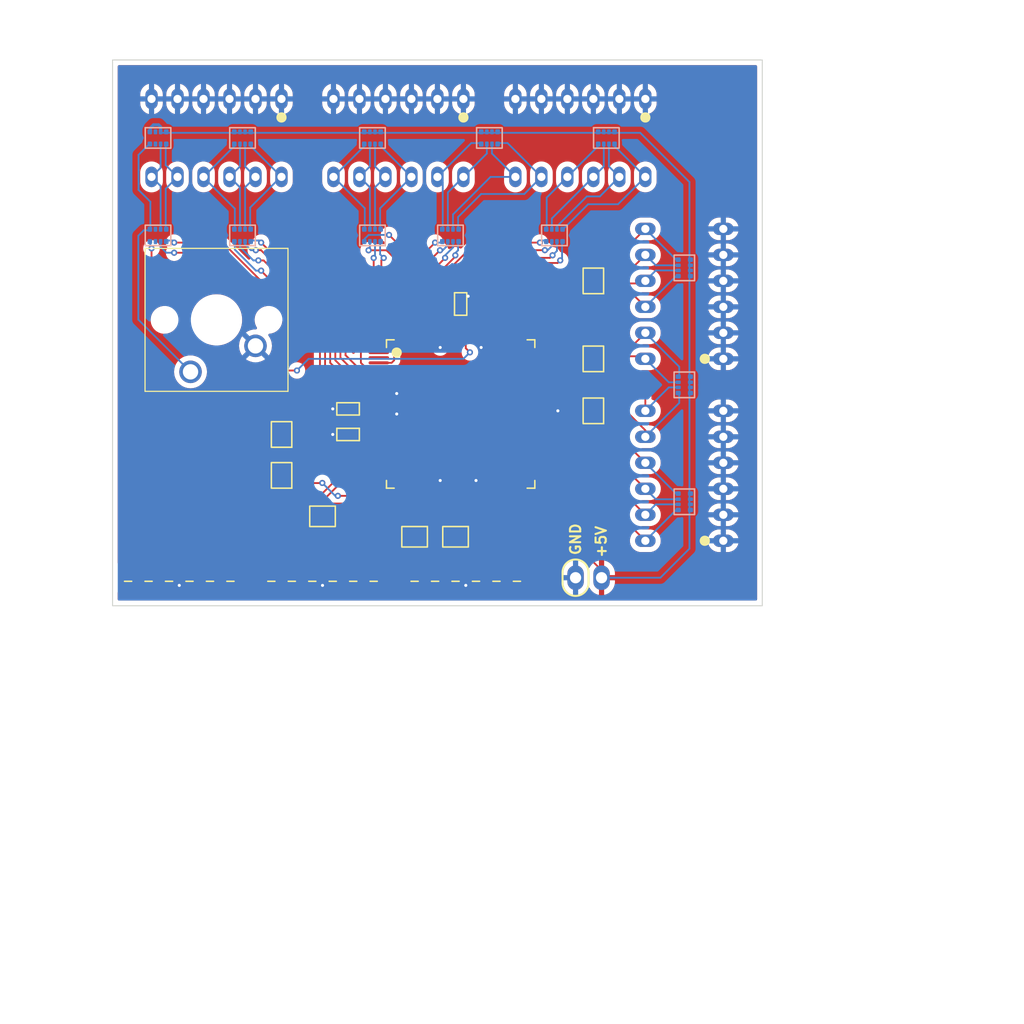
<source format=kicad_pcb>
(kicad_pcb (version 20211014) (generator pcbnew)
  (layers (0 "F.Cu" signal) (1 "In1.Cu" signal) (2 "In2.Cu" signal) (31 "B.Cu" signal) (34 "B.Paste" user) (35 "F.Paste" user) (36 "B.SilkS" user "B.Silkscreen") (37 "F.SilkS" user "F.Silkscreen") (38 "B.Mask" user) (39 "F.Mask" user) (44 "Edge.Cuts" user))
  (net 0 "")
  (net 3 "GND")
  (net 4 "VCC")
  (net 21 "Net-(R17-Pad8)")
  (net 22 "Net-(R17-Pad7)")
  (net 23 "Net-(R17-Pad6)")
  (net 24 "Net-(R17-Pad5)")
  (net 25 "Net-(R19-Pad8)")
  (net 26 "Net-(R19-Pad7)")
  (net 27 "Net-(R19-Pad6)")
  (net 28 "Net-(R20-Pad8)")
  (net 29 "Net-(R20-Pad7)")
  (net 30 "Net-(R20-Pad6)")
  (net 31 "Net-(R20-Pad5)")
  (net 32 "Net-(R1-Pad5)")
  (net 33 "Net-(R1-Pad6)")
  (net 34 "Net-(R1-Pad7)")
  (net 35 "Net-(R1-Pad8)")
  (net 36 "Net-(R2-Pad5)")
  (net 37 "Net-(R2-Pad6)")
  (net 38 "Net-(R2-Pad7)")
  (net 39 "Net-(R2-Pad8)")
  (net 40 "Net-(R3-Pad5)")
  (net 41 "Net-(R3-Pad6)")
  (net 42 "Net-(R3-Pad7)")
  (net 43 "Net-(R3-Pad8)")
  (net 44 "Net-(U1-Pad69)")
  (net 45 "Net-(U1-Pad68)")
  (net 46 "Net-(U1-Pad67)")
  (net 47 "Net-(U1-Pad66)")
  (net 48 "Net-(U1-Pad77)")
  (net 49 "Net-(U1-Pad76)")
  (net 50 "Net-(U1-Pad71)")
  (net 51 "Net-(U1-Pad70)")
  (net 52 "Net-(U1-Pad81)")
  (net 53 "Net-(U1-Pad80)")
  (net 54 "Net-(U1-Pad79)")
  (net 55 "Net-(U1-Pad78)")
  (net 56 "Net-(U1-Pad90)")
  (net 57 "Net-(U1-Pad91)")
  (net 58 "Net-(U1-Pad93)")
  (net 59 "Net-(U1-Pad94)")
  (net 60 "Net-(U1-Pad97)")
  (net 61 "Net-(U1-Pad98)")
  (net 62 "Net-(U1-Pad3)")
  (net 63 "Net-(U1-Pad4)")
  (net 64 "Net-(U1-Pad100)")
  (net 65 "Net-(U1-Pad99)")
  (net 66 "Net-(U1-Pad5)")
  (net 67 "Net-(U1-Pad6)")
  (net 68 "Net-(U1-Pad7)")
  (net 69 "Net-(U1-Pad8)")
  (net 71 "Net-(U1-Pad10)")
  (net 72 "Net-(U1-Pad11)")
  (net 74 "Net-(U1-Pad87)")
  (net 75 "Net-(R12-Pad5)")
  (net 76 "Net-(R12-Pad6)")
  (net 77 "Net-(R12-Pad7)")
  (net 78 "Net-(R12-Pad8)")
  (net 79 "Net-(R13-Pad5)")
  (net 80 "Net-(R13-Pad6)")
  (net 81 "Net-(R14-Pad5)")
  (net 82 "Net-(R14-Pad6)")
  (net 83 "Net-(R14-Pad7)")
  (net 84 "Net-(R14-Pad8)")
  (net 87 "Net-(U1-Pad14)")
  (net 88 "Net-(U1-Pad15)")
  (net 89 "Net-(U1-Pad16)")
  (net 90 "Net-(U1-Pad18)")
  (net 91 "Net-(U1-Pad19)")
  (net 92 "Net-(U1-Pad20)")
  (net 93 "Net-(U1-Pad21)")
  (net 94 "Net-(U1-Pad26)")
  (net 95 "Net-(U1-Pad22)")
  (net 96 "Net-(U1-Pad23)")
  (net 97 "Net-(U1-Pad27)")
  (net 98 "Net-(U1-Pad28)")
  (net 99 "Net-(U1-Pad29)")
  (net 100 "Net-(U1-Pad30)")
  (net 101 "Net-(U1-Pad31)")
  (net 102 "Net-(U1-Pad32)")
  (net 103 "Net-(U1-Pad33)")
  (net 104 "Net-(U1-Pad35)")
  (net 105 "Net-(R8-Pad5)")
  (net 106 "Net-(R8-Pad6)")
  (net 107 "Net-(R10-Pad5)")
  (net 108 "Net-(R10-Pad6)")
  (net 109 "Net-(R10-Pad7)")
  (net 110 "Net-(R10-Pad8)")
  (net 111 "Net-(R11-Pad5)")
  (net 112 "Net-(R11-Pad6)")
  (net 113 "Net-(R11-Pad8)")
  (net 114 "Net-(R13-Pad1)")
  (net 115 "Net-(R13-Pad2)")
  (net 116 "Net-(D5-Pad2)")
  (net 117 "Net-(D6-Pad2)")
  (net 118 "Net-(D7-Pad2)")
  (net 119 "Net-(D8-Pad2)")
  (net 120 "Net-(D9-Pad2)")
  (net 121 "Net-(R21-Pad5)")
  (net 122 "Net-(R21-Pad6)")
  (footprint "footprints:LED_0603" (layer "F.Cu") (at 54.02 69.76 90)
    (fp_text reference "D13")
    (fp_text value "LED" hide)
  )
  (footprint "footprints:SW_DIP-12_300mil" (layer "F.Cu") (at 80.38 59.8 90)
    (fp_text reference "SW1")
    (fp_text value "A0-A5")
  )
  (footprint "footprints:LED_0603" (layer "F.Cu") (at 42.02 69.76 90)
    (fp_text reference "D8")
    (fp_text value "LED" hide)
  )
  (footprint "footprints:SW_DIP-12_300mil" (layer "F.Cu") (at 52.44 26.78 180)
    (fp_text reference "SW4")
    (fp_text value "D6-D8,D17,D9-D10")
  )
  (footprint "footprints:LED_0603" (layer "F.Cu") (at 62.02 69.76 90)
    (fp_text reference "D17")
    (fp_text value "LED" hide)
  )
  (footprint "footprints:LED_0603" (layer "F.Cu") (at 46.02 69.76 90)
    (fp_text reference "D10")
    (fp_text value "LED" hide)
  )
  (footprint "footprints:LED_0603" (layer "F.Cu") (at 34.02 69.76 90)
    (fp_text reference "D5")
    (fp_text value "LED" hide)
  )
  (footprint "footprints:C_0603" (layer "F.Cu") (at 47.52 55.76 180)
    (fp_text reference "C2")
    (fp_text value "C" hide)
  )
  (footprint "footprints:header_1x2" (layer "F.Cu") (at 71.02 69.76 90)
    (fp_text reference "J1" hide)
    (fp_text value "1M2" hide)
  )
  (footprint "footprints:LED_0603" (layer "F.Cu") (at 48.02 69.76 90)
    (fp_text reference "D11")
    (fp_text value "LED" hide)
  )
  (footprint "footprints:R_0408-8" (layer "F.Cu") (at 71.49 53.45 180)
    (fp_text reference "R4" hide)
    (fp_text value "50" hide)
  )
  (footprint "footprints:R_0408-8" (layer "F.Cu") (at 54.02 65.76 -90)
    (fp_text reference "R20" hide)
    (fp_text value "1k" hide)
  )
  (footprint "footprints:R_0408-8" (layer "F.Cu") (at 71.49 48.37 180)
    (fp_text reference "R5" hide)
    (fp_text value "50" hide)
  )
  (footprint "footprints:LED_0603" (layer "F.Cu") (at 30.02 69.76 90)
    (fp_text reference "D3")
    (fp_text value "LED" hide)
  )
  (footprint "footprints:LED_0603" (layer "F.Cu") (at 58.02 69.76 90)
    (fp_text reference "D15")
    (fp_text value "LED" hide)
  )
  (footprint "footprints:LED_0603" (layer "F.Cu") (at 28.02 69.76 90)
    (fp_text reference "D2")
    (fp_text value "LED" hide)
  )
  (footprint "footprints:U_QFP-100_14x14_P0.5" (layer "F.Cu") (at 58.52 53.76)
    (fp_text reference "U1")
    (fp_text value "CY7C0241-15AC")
  )
  (footprint "footprints:LED_0603" (layer "F.Cu") (at 64.02 69.76 90)
    (fp_text reference "D18")
    (fp_text value "LED" hide)
  )
  (footprint "footprints:LED_0603" (layer "F.Cu") (at 44.02 69.76 90)
    (fp_text reference "D9")
    (fp_text value "LED" hide)
  )
  (footprint "footprints:SW_Cherry_MX1A_1.00u_PCB_Centered" (layer "F.Cu") (at 34.66 44.56 180)
    (fp_text reference "SW6" hide)
    (fp_text value "Write" hide)
  )
  (footprint "footprints:SW_DIP-12_300mil" (layer "F.Cu") (at 70.22 26.78 180)
    (fp_text reference "SW3")
    (fp_text value "D0-D5")
  )
  (footprint "footprints:LED_0603" (layer "F.Cu") (at 56.02 69.76 90)
    (fp_text reference "D14")
    (fp_text value "LED" hide)
  )
  (footprint "footprints:C_0603" (layer "F.Cu") (at 58.52 43.01 90)
    (fp_text reference "C3")
    (fp_text value "C" hide)
  )
  (footprint "footprints:LED_0603" (layer "F.Cu") (at 32.02 69.76 90)
    (fp_text reference "D4")
    (fp_text value "LED" hide)
  )
  (footprint "footprints:R_0408-8" (layer "F.Cu") (at 58.02 65.76 -90)
    (fp_text reference "R21" hide)
    (fp_text value "1k" hide)
  )
  (footprint "footprints:R_0408-8" (layer "F.Cu") (at 71.49 40.75 180)
    (fp_text reference "R6" hide)
    (fp_text value "50" hide)
  )
  (footprint "footprints:LED_0603" (layer "F.Cu") (at 60.02 69.76 90)
    (fp_text reference "D16")
    (fp_text value "LED" hide)
  )
  (footprint "footprints:LED_0603" (layer "F.Cu") (at 40.02 69.76 90)
    (fp_text reference "D7")
    (fp_text value "LED" hide)
  )
  (footprint "footprints:LED_0603" (layer "F.Cu") (at 26.02 69.76 90)
    (fp_text reference "D1")
    (fp_text value "LED" hide)
  )
  (footprint "footprints:R_0408-8" (layer "F.Cu") (at 41.02 59.76 180)
    (fp_text reference "R18" hide)
    (fp_text value "1k" hide)
  )
  (footprint "footprints:C_0603" (layer "F.Cu") (at 47.52 53.26 180)
    (fp_text reference "C1")
    (fp_text value "C" hide)
  )
  (footprint "footprints:SW_DIP-12_300mil" (layer "F.Cu") (at 80.38 42.02 90)
    (fp_text reference "SW2")
    (fp_text value "A6-A11")
  )
  (footprint "footprints:LED_0603" (layer "F.Cu") (at 36.02 69.76 90)
    (fp_text reference "D6")
    (fp_text value "LED" hide)
  )
  (footprint "footprints:LED_0603" (layer "F.Cu") (at 50.02 69.76 90)
    (fp_text reference "D12")
    (fp_text value "LED" hide)
  )
  (footprint "footprints:SW_DIP-12_300mil" (layer "F.Cu") (at 34.66 26.78 180)
    (fp_text reference "SW5")
    (fp_text value "D11-D16")
  )
  (footprint "footprints:R_0408-8" (layer "F.Cu") (at 41.02 55.76 180)
    (fp_text reference "R17" hide)
    (fp_text value "1k" hide)
  )
  (footprint "footprints:R_0408-8" (layer "F.Cu") (at 45.02 63.76 -90)
    (fp_text reference "R19" hide)
    (fp_text value "1k" hide)
  )
  (footprint "footprints:R_0408-8" (layer "B.Cu") (at 28.945 36.305 90)
    (fp_text reference "R16" hide)
    (fp_text value "50" hide)
  )
  (footprint "footprints:R_0408-8" (layer "B.Cu") (at 37.2 26.78 -90)
    (fp_text reference "R10" hide)
    (fp_text value "10k" hide)
  )
  (footprint "footprints:R_0408-8" (layer "B.Cu") (at 49.9 36.305 90)
    (fp_text reference "R14" hide)
    (fp_text value "50" hide)
  )
  (footprint "footprints:R_0408-8" (layer "B.Cu") (at 37.2 36.305 90)
    (fp_text reference "R15" hide)
    (fp_text value "50" hide)
  )
  (footprint "footprints:R_0408-8" (layer "B.Cu") (at 72.76 26.78 -90)
    (fp_text reference "R7" hide)
    (fp_text value "10k" hide)
  )
  (footprint "footprints:R_0408-8" (layer "B.Cu") (at 49.9 26.78 -90)
    (fp_text reference "R9" hide)
    (fp_text value "10k" hide)
  )
  (footprint "footprints:R_0408-8" (layer "B.Cu") (at 80.38 50.91 180)
    (fp_text reference "R2" hide)
    (fp_text value "10k" hide)
  )
  (footprint "footprints:R_0408-8" (layer "B.Cu") (at 57.52 36.305 90)
    (fp_text reference "R13" hide)
    (fp_text value "50" hide)
  )
  (footprint "footprints:R_0408-8" (layer "B.Cu") (at 80.38 39.48 180)
    (fp_text reference "R3" hide)
    (fp_text value "10k" hide)
  )
  (footprint "footprints:R_0408-8" (layer "B.Cu") (at 61.33 26.78 -90)
    (fp_text reference "R8" hide)
    (fp_text value "10k" hide)
  )
  (footprint "footprints:R_0408-8" (layer "B.Cu") (at 80.38 62.34 180)
    (fp_text reference "R1" hide)
    (fp_text value "10k" hide)
  )
  (footprint "footprints:R_0408-8" (layer "B.Cu") (at 67.68 36.305 90)
    (fp_text reference "R12" hide)
    (fp_text value "50" hide)
  )
  (footprint "footprints:R_0408-8" (layer "B.Cu") (at 28.945 26.78 -90)
    (fp_text reference "R11" hide)
    (fp_text value "10k" hide)
  )
  (gr_rect (start 24.5 19.16) (end 88 72.5) (layer "Edge.Cuts") (width 0.1) (fill none))
  (gr_text "+5V" (at 72.25 66.25 90) (layer "F.SilkS") (effects (font (size 1 1) (thickness 0.2032))))
  (gr_text "GND" (at 69.75 66 90) (layer "F.SilkS") (effects (font (size 1 1) (thickness 0.2032))))
  (segment (start 64.02 70.51) (end 26.02 70.51) (width 0.1778) (layer "F.Cu") (net 3))
  (segment (start 60.02 46.76) (end 60.52 47.26) (width 0.1778) (layer "F.Cu") (net 3))
  (segment (start 58.77 60.26) (end 60.02 60.26) (width 0.1778) (layer "F.Cu") (net 3))
  (segment (start 59.52 60.76) (end 60.02 60.26) (width 0.1778) (layer "F.Cu") (net 3))
  (segment (start 46.77 55.76) (end 46.02 55.76) (width 0.1778) (layer "F.Cu") (net 3))
  (segment (start 67.71 53.76) (end 68.02 53.45) (width 0.1778) (layer "F.Cu") (net 3))
  (segment (start 50.52 51.76) (end 52.27 51.76) (width 0.1778) (layer "F.Cu") (net 3))
  (segment (start 58.52 60.51) (end 58.77 60.26) (width 0.1778) (layer "F.Cu") (net 3))
  (segment (start 60.52 45.76) (end 60.52 47.26) (width 0.1778) (layer "F.Cu") (net 3))
  (segment (start 60.02 45.76) (end 60.02 46.76) (width 0.1778) (layer "F.Cu") (net 3))
  (segment (start 56.52 45.76) (end 56.52 47.26) (width 0.1778) (layer "F.Cu") (net 3))
  (segment (start 61.02 46.76) (end 60.52 47.26) (width 0.1778) (layer "F.Cu") (net 3))
  (segment (start 57.52 61.76) (end 57.52 60.51) (width 0.1778) (layer "F.Cu") (net 3))
  (segment (start 60.52 61.76) (end 60.52 60.76) (width 0.1778) (layer "F.Cu") (net 3))
  (segment (start 59.24 42.26) (end 59.25 42.25) (width 0.1778) (layer "F.Cu") (net 3))
  (segment (start 60.02 61.76) (end 60.02 60.26) (width 0.1778) (layer "F.Cu") (net 3))
  (segment (start 57.52 60.51) (end 57.27 60.26) (width 0.1778) (layer "F.Cu") (net 3))
  (segment (start 59.52 61.76) (end 59.52 60.76) (width 0.1778) (layer "F.Cu") (net 3))
  (segment (start 57.27 60.26) (end 56.52 60.26) (width 0.1778) (layer "F.Cu") (net 3))
  (segment (start 46.77 53.26) (end 46.02 53.26) (width 0.1778) (layer "F.Cu") (net 3))
  (segment (start 61.02 45.76) (end 61.02 46.76) (width 0.1778) (layer "F.Cu") (net 3))
  (segment (start 60.52 60.76) (end 60.02 60.26) (width 0.1778) (layer "F.Cu") (net 3))
  (segment (start 58.52 61.76) (end 58.52 60.51) (width 0.1778) (layer "F.Cu") (net 3))
  (segment (start 58.52 42.26) (end 59.24 42.26) (width 0.1778) (layer "F.Cu") (net 3))
  (segment (start 50.52 53.76) (end 52.27 53.76) (width 0.1778) (layer "F.Cu") (net 3))
  (segment (start 66.52 53.76) (end 67.71 53.76) (width 0.1778) (layer "F.Cu") (net 3))
  (segment (start 56.52 61.76) (end 56.52 60.26) (width 0.1778) (layer "F.Cu") (net 3))
  (via (at 45.02 70.51) (size 0.6) (drill 0.3) (layers "F.Cu" "B.Cu") (net 3))
  (via (at 68.02 53.45) (size 0.6) (drill 0.3) (layers "F.Cu" "B.Cu") (net 3))
  (via (at 46.02 55.76) (size 0.6) (drill 0.3) (layers "F.Cu" "B.Cu") (net 3))
  (via (at 56.52 47.26) (size 0.6) (drill 0.3) (layers "F.Cu" "B.Cu") (net 3))
  (via (at 31.02 70.51) (size 0.6) (drill 0.3) (layers "F.Cu" "B.Cu") (net 3))
  (via (at 56.52 60.26) (size 0.6) (drill 0.3) (layers "F.Cu" "B.Cu") (net 3))
  (via (at 52.27 53.76) (size 0.6) (drill 0.3) (layers "F.Cu" "B.Cu") (net 3))
  (via (at 52.27 51.76) (size 0.6) (drill 0.3) (layers "F.Cu" "B.Cu") (net 3))
  (via (at 60.52 47.26) (size 0.6) (drill 0.3) (layers "F.Cu" "B.Cu") (net 3))
  (via (at 59.02 70.51) (size 0.6) (drill 0.3) (layers "F.Cu" "B.Cu") (net 3))
  (via (at 59.25 42.25) (size 0.6) (drill 0.3) (layers "F.Cu" "B.Cu") (net 3))
  (via (at 46.02 53.26) (size 0.6) (drill 0.3) (layers "F.Cu" "B.Cu") (net 3))
  (via (at 60.02 60.26) (size 0.6) (drill 0.3) (layers "F.Cu" "B.Cu") (net 3))
  (segment (start 53.27 52.76) (end 54.02 53.51) (width 0.1778) (layer "F.Cu") (net 4))
  (segment (start 58.02 62.76) (end 58.52 63.26) (width 0.1778) (layer "F.Cu") (net 4))
  (segment (start 72.29 69.03) (end 72.29 69.76) (width 0.1778) (layer "F.Cu") (net 4))
  (segment (start 54.02 55.01) (end 54.02 54.01) (width 0.1778) (layer "F.Cu") (net 4))
  (segment (start 52.27 52.76) (end 53.27 52.76) (width 0.1778) (layer "F.Cu") (net 4))
  (segment (start 58.02 61.76) (end 58.02 62.76) (width 0.1778) (layer "F.Cu") (net 4))
  (segment (start 59.52 44.76) (end 58.52 43.76) (width 0.1778) (layer "F.Cu") (net 4))
  (segment (start 50.52 55.76) (end 48.27 55.76) (width 0.1778) (layer "F.Cu") (net 4))
  (segment (start 68.95 54.72) (end 68.95 60.435) (width 0.1778) (layer "F.Cu") (net 4))
  (segment (start 53.305 55.76) (end 50.52 55.76) (width 0.1778) (layer "F.Cu") (net 4))
  (segment (start 66.52 63.26) (end 72.29 69.03) (width 0.1778) (layer "F.Cu") (net 4))
  (segment (start 50.52 53.26) (end 51.77 53.26) (width 0.1778) (layer "F.Cu") (net 4))
  (segment (start 66.125 63.26) (end 59.01 63.26) (width 0.1778) (layer "F.Cu") (net 4))
  (segment (start 68.95 60.435) (end 66.125 63.26) (width 0.1778) (layer "F.Cu") (net 4))
  (segment (start 54.02 54.01) (end 54.02 55.045) (width 0.1778) (layer "F.Cu") (net 4))
  (segment (start 54.02 55.045) (end 53.305 55.76) (width 0.1778) (layer "F.Cu") (net 4))
  (segment (start 66.125 63.26) (end 66.52 63.26) (width 0.1778) (layer "F.Cu") (net 4))
  (segment (start 66.52 54.26) (end 68.49 54.26) (width 0.1778) (layer "F.Cu") (net 4))
  (segment (start 59.02 63.25) (end 59.01 63.26) (width 0.1778) (layer "F.Cu") (net 4))
  (segment (start 50.52 53.26) (end 48.27 53.26) (width 0.1778) (layer "F.Cu") (net 4))
  (segment (start 58.52 45.76) (end 58.52 43.76) (width 0.1778) (layer "F.Cu") (net 4))
  (segment (start 58.52 45.76) (end 58.52 49.01) (width 0.1778) (layer "F.Cu") (net 4))
  (segment (start 58.02 45.76) (end 58.02 44.26) (width 0.1778) (layer "F.Cu") (net 4))
  (segment (start 58.02 44.26) (end 58.52 43.76) (width 0.1778) (layer "F.Cu") (net 4))
  (segment (start 59.01 63.26) (end 58.52 63.26) (width 0.1778) (layer "F.Cu") (net 4))
  (segment (start 58.52 49.01) (end 54.02 53.51) (width 0.1778) (layer "F.Cu") (net 4))
  (segment (start 51.77 53.26) (end 52.27 52.76) (width 0.1778) (layer "F.Cu") (net 4))
  (segment (start 68.49 54.26) (end 68.95 54.72) (width 0.1778) (layer "F.Cu") (net 4))
  (segment (start 58.02 59.01) (end 54.02 55.01) (width 0.1778) (layer "F.Cu") (net 4))
  (segment (start 58.02 61.76) (end 58.02 59.01) (width 0.1778) (layer "F.Cu") (net 4))
  (segment (start 54.02 53.51) (end 54.02 54.01) (width 0.1778) (layer "F.Cu") (net 4))
  (segment (start 59.02 61.76) (end 59.02 63.25) (width 0.1778) (layer "F.Cu") (net 4))
  (segment (start 59.52 45.76) (end 59.52 44.76) (width 0.1778) (layer "F.Cu") (net 4))
  (segment (start 29.695 26.28) (end 29.195 26.28) (width 0.1778) (layer "B.Cu") (net 4))
  (segment (start 28.195 26.28) (end 28.195 25.805) (width 0.3) (layer "B.Cu") (net 4))
  (segment (start 28.5 25.5) (end 29 25.5) (width 0.3) (layer "B.Cu") (net 4))
  (segment (start 28.195 25.805) (end 28.5 25.5) (width 0.3) (layer "B.Cu") (net 4))
  (segment (start 80.88 66.92) (end 78.04 69.76) (width 0.1778) (layer "B.Cu") (net 4))
  (segment (start 60.58 26.28) (end 62.08 26.28) (width 0.1778) (layer "B.Cu") (net 4))
  (segment (start 80.88 38.73) (end 80.88 31.09) (width 0.1778) (layer "B.Cu") (net 4))
  (segment (start 62.08 26.28) (end 72.01 26.28) (width 0.1778) (layer "B.Cu") (net 4))
  (segment (start 29 25.5) (end 29.195 25.695) (width 0.3) (layer "B.Cu") (net 4))
  (segment (start 80.88 31.09) (end 76.07 26.28) (width 0.1778) (layer "B.Cu") (net 4))
  (segment (start 49.15 26.28) (end 50.65 26.28) (width 0.1778) (layer "B.Cu") (net 4))
  (segment (start 73.51 26.28) (end 72.01 26.28) (width 0.1778) (layer "B.Cu") (net 4))
  (segment (start 29.695 26.28) (end 36.45 26.28) (width 0.1778) (layer "B.Cu") (net 4))
  (segment (start 50.65 26.28) (end 60.58 26.28) (width 0.1778) (layer "B.Cu") (net 4))
  (segment (start 78.04 69.76) (end 72.29 69.76) (width 0.1778) (layer "B.Cu") (net 4))
  (segment (start 76.07 26.28) (end 73.51 26.28) (width 0.1778) (layer "B.Cu") (net 4))
  (segment (start 80.88 63.09) (end 80.88 66.92) (width 0.1778) (layer "B.Cu") (net 4))
  (segment (start 80.88 63.09) (end 80.88 38.73) (width 0.1778) (layer "B.Cu") (net 4))
  (segment (start 29.195 25.695) (end 29.195 26.28) (width 0.3) (layer "B.Cu") (net 4))
  (segment (start 37.95 26.28) (end 36.45 26.28) (width 0.1778) (layer "B.Cu") (net 4))
  (segment (start 37.95 26.28) (end 49.15 26.28) (width 0.1778) (layer "B.Cu") (net 4))
  (segment (start 40.02 56.51) (end 32.02 64.51) (width 0.1778) (layer "F.Cu") (net 21))
  (segment (start 32.02 64.51) (end 32.02 69.01) (width 0.1778) (layer "F.Cu") (net 21))
  (segment (start 40.52 56.51) (end 40.02 56.51) (width 0.1778) (layer "F.Cu") (net 21))
  (segment (start 30.02 65.76) (end 30.02 69.01) (width 0.1778) (layer "F.Cu") (net 22))
  (segment (start 39.77 56.01) (end 30.02 65.76) (width 0.1778) (layer "F.Cu") (net 22))
  (segment (start 40.52 56.01) (end 39.77 56.01) (width 0.1778) (layer "F.Cu") (net 22))
  (segment (start 40.52 55.51) (end 39.52 55.51) (width 0.1778) (layer "F.Cu") (net 23))
  (segment (start 28.02 67.01) (end 28.02 69.01) (width 0.1778) (layer "F.Cu") (net 23))
  (segment (start 39.52 55.51) (end 28.02 67.01) (width 0.1778) (layer "F.Cu") (net 23))
  (segment (start 39.27 55.01) (end 26.02 68.26) (width 0.1778) (layer "F.Cu") (net 24))
  (segment (start 26.02 68.26) (end 26.02 69.01) (width 0.1778) (layer "F.Cu") (net 24))
  (segment (start 40.52 55.01) (end 39.27 55.01) (width 0.1778) (layer "F.Cu") (net 24))
  (segment (start 45.77 64.26) (end 45.77 64.76) (width 0.1778) (layer "F.Cu") (net 25))
  (segment (start 45.77 64.76) (end 50.02 69.01) (width 0.1778) (layer "F.Cu") (net 25))
  (segment (start 45.27 64.26) (end 45.27 66.26) (width 0.1778) (layer "F.Cu") (net 26))
  (segment (start 48.02 69.01) (end 45.27 66.26) (width 0.1778) (layer "F.Cu") (net 26))
  (segment (start 44.77 64.26) (end 44.77 67.76) (width 0.1778) (layer "F.Cu") (net 27))
  (segment (start 44.77 67.76) (end 46.02 69.01) (width 0.1778) (layer "F.Cu") (net 27))
  (segment (start 54.77 66.26) (end 56.02 67.51) (width 0.1778) (layer "F.Cu") (net 28))
  (segment (start 58.52 67.51) (end 60.02 69.01) (width 0.1778) (layer "F.Cu") (net 28))
  (segment (start 56.02 67.51) (end 58.52 67.51) (width 0.1778) (layer "F.Cu") (net 28))
  (segment (start 57.02 68.01) (end 58.02 69.01) (width 0.1778) (layer "F.Cu") (net 29))
  (segment (start 55.52 68.01) (end 57.02 68.01) (width 0.1778) (layer "F.Cu") (net 29))
  (segment (start 54.27 66.76) (end 55.52 68.01) (width 0.1778) (layer "F.Cu") (net 29))
  (segment (start 54.27 66.26) (end 54.27 66.76) (width 0.1778) (layer "F.Cu") (net 29))
  (segment (start 55.77 69.01) (end 56.02 69.01) (width 0.1778) (layer "F.Cu") (net 30))
  (segment (start 53.77 67.01) (end 55.77 69.01) (width 0.1778) (layer "F.Cu") (net 30))
  (segment (start 53.77 66.26) (end 53.77 67.01) (width 0.1778) (layer "F.Cu") (net 30))
  (segment (start 53.27 66.26) (end 53.27 68.26) (width 0.1778) (layer "F.Cu") (net 31))
  (segment (start 53.27 68.26) (end 54.02 69.01) (width 0.1778) (layer "F.Cu") (net 31))
  (segment (start 71.99 61.57) (end 76.57 66.15) (width 0.1778) (layer "F.Cu") (net 32))
  (segment (start 71.99 54.2) (end 71.99 61.57) (width 0.1778) (layer "F.Cu") (net 32))
  (segment (start 79.63 63.09) (end 76.57 66.15) (width 0.1778) (layer "B.Cu") (net 32))
  (segment (start 79.88 63.09) (end 79.63 63.09) (width 0.1778) (layer "B.Cu") (net 32))
  (segment (start 73.395 60.435) (end 76.57 63.61) (width 0.1778) (layer "F.Cu") (net 33))
  (segment (start 73.01 53.7) (end 73.395 54.085) (width 0.1778) (layer "F.Cu") (net 33))
  (segment (start 73.395 54.085) (end 73.395 60.435) (width 0.1778) (layer "F.Cu") (net 33))
  (segment (start 71.99 53.7) (end 73.01 53.7) (width 0.1778) (layer "F.Cu") (net 33))
  (segment (start 77.59 62.59) (end 76.57 63.61) (width 0.1778) (layer "B.Cu") (net 33))
  (segment (start 79.88 62.59) (end 77.59 62.59) (width 0.1778) (layer "B.Cu") (net 33))
  (segment (start 74.03 54.085) (end 74.03 58.53) (width 0.1778) (layer "F.Cu") (net 34))
  (segment (start 73.145 53.2) (end 74.03 54.085) (width 0.1778) (layer "F.Cu") (net 34))
  (segment (start 71.99 53.2) (end 73.145 53.2) (width 0.1778) (layer "F.Cu") (net 34))
  (segment (start 74.03 58.53) (end 76.57 61.07) (width 0.1778) (layer "F.Cu") (net 34))
  (segment (start 77.59 62.09) (end 76.57 61.07) (width 0.1778) (layer "B.Cu") (net 34))
  (segment (start 79.88 62.09) (end 77.59 62.09) (width 0.1778) (layer "B.Cu") (net 34))
  (segment (start 73.28 52.7) (end 74.665 54.085) (width 0.1778) (layer "F.Cu") (net 35))
  (segment (start 74.665 54.085) (end 74.665 56.625) (width 0.1778) (layer "F.Cu") (net 35))
  (segment (start 71.99 52.7) (end 73.28 52.7) (width 0.1778) (layer "F.Cu") (net 35))
  (segment (start 74.665 56.625) (end 76.57 58.53) (width 0.1778) (layer "F.Cu") (net 35))
  (segment (start 79.88 61.59) (end 79.63 61.59) (width 0.1778) (layer "B.Cu") (net 35))
  (segment (start 79.63 61.59) (end 76.57 58.53) (width 0.1778) (layer "B.Cu") (net 35))
  (segment (start 76.57 55.355) (end 76.57 55.99) (width 0.1778) (layer "F.Cu") (net 36))
  (segment (start 74.665 53.45) (end 76.57 55.355) (width 0.1778) (layer "F.Cu") (net 36))
  (segment (start 74.665 51.795) (end 74.665 53.45) (width 0.1778) (layer "F.Cu") (net 36))
  (segment (start 71.99 49.12) (end 74.665 51.795) (width 0.1778) (layer "F.Cu") (net 36))
  (segment (start 79.88 52.68) (end 76.57 55.99) (width 0.1778) (layer "B.Cu") (net 36))
  (segment (start 79.88 51.66) (end 79.88 52.68) (width 0.1778) (layer "B.Cu") (net 36))
  (segment (start 71.99 48.62) (end 74.28 48.62) (width 0.1778) (layer "F.Cu") (net 37))
  (segment (start 76.57 50.91) (end 76.57 53.45) (width 0.1778) (layer "F.Cu") (net 37))
  (segment (start 74.28 48.62) (end 76.57 50.91) (width 0.1778) (layer "F.Cu") (net 37))
  (segment (start 79.88 51.16) (end 78.86 51.16) (width 0.1778) (layer "B.Cu") (net 37))
  (segment (start 78.86 51.16) (end 76.57 53.45) (width 0.1778) (layer "B.Cu") (net 37))
  (segment (start 76.32 48.12) (end 76.57 48.37) (width 0.1778) (layer "F.Cu") (net 38))
  (segment (start 71.99 48.12) (end 76.32 48.12) (width 0.1778) (layer "F.Cu") (net 38))
  (segment (start 79.88 50.66) (end 78.86 50.66) (width 0.1778) (layer "B.Cu") (net 38))
  (segment (start 78.86 50.66) (end 76.57 48.37) (width 0.1778) (layer "B.Cu") (net 38))
  (segment (start 71.99 47.62) (end 74.78 47.62) (width 0.1778) (layer "F.Cu") (net 39))
  (segment (start 74.78 47.62) (end 76.57 45.83) (width 0.1778) (layer "F.Cu") (net 39))
  (segment (start 79.88 50.16) (end 79.88 49.14) (width 0.1778) (layer "B.Cu") (net 39))
  (segment (start 79.88 49.14) (end 76.57 45.83) (width 0.1778) (layer "B.Cu") (net 39))
  (segment (start 71.99 41.5) (end 74.78 41.5) (width 0.1778) (layer "F.Cu") (net 40))
  (segment (start 74.78 41.5) (end 76.57 43.29) (width 0.1778) (layer "F.Cu") (net 40))
  (segment (start 79.63 40.23) (end 76.57 43.29) (width 0.1778) (layer "B.Cu") (net 40))
  (segment (start 79.88 40.23) (end 79.63 40.23) (width 0.1778) (layer "B.Cu") (net 40))
  (segment (start 76.32 41) (end 76.57 40.75) (width 0.1778) (layer "F.Cu") (net 41))
  (segment (start 71.99 41) (end 76.32 41) (width 0.1778) (layer "F.Cu") (net 41))
  (segment (start 77.59 39.73) (end 76.57 40.75) (width 0.1778) (layer "B.Cu") (net 41))
  (segment (start 79.88 39.73) (end 77.59 39.73) (width 0.1778) (layer "B.Cu") (net 41))
  (segment (start 71.99 40.5) (end 74.28 40.5) (width 0.1778) (layer "F.Cu") (net 42))
  (segment (start 74.28 40.5) (end 76.57 38.21) (width 0.1778) (layer "F.Cu") (net 42))
  (segment (start 77.59 39.23) (end 76.57 38.21) (width 0.1778) (layer "B.Cu") (net 42))
  (segment (start 79.88 39.23) (end 77.59 39.23) (width 0.1778) (layer "B.Cu") (net 42))
  (segment (start 72.24 40) (end 76.57 35.67) (width 0.1778) (layer "F.Cu") (net 43))
  (segment (start 71.99 40) (end 72.24 40) (width 0.1778) (layer "F.Cu") (net 43))
  (segment (start 79.63 38.73) (end 76.57 35.67) (width 0.1778) (layer "B.Cu") (net 43))
  (segment (start 79.88 38.73) (end 79.63 38.73) (width 0.1778) (layer "B.Cu") (net 43))
  (segment (start 66.52 50.76) (end 69.05 50.76) (width 0.1778) (layer "F.Cu") (net 44))
  (segment (start 64.77 57.26) (end 63.77 56.26) (width 0.1778) (layer "F.Cu") (net 44))
  (segment (start 64.77 50.76) (end 66.52 50.76) (width 0.1778) (layer "F.Cu") (net 44))
  (segment (start 66.52 57.26) (end 64.77 57.26) (width 0.1778) (layer "F.Cu") (net 44))
  (segment (start 63.77 56.26) (end 63.77 51.76) (width 0.1778) (layer "F.Cu") (net 44))
  (segment (start 69.05 50.76) (end 70.99 52.7) (width 0.1778) (layer "F.Cu") (net 44))
  (segment (start 63.77 51.76) (end 64.77 50.76) (width 0.1778) (layer "F.Cu") (net 44))
  (segment (start 64.27 52.01) (end 64.27 56.01) (width 0.1778) (layer "F.Cu") (net 45))
  (segment (start 68.665 51.26) (end 70.605 53.2) (width 0.1778) (layer "F.Cu") (net 45))
  (segment (start 70.605 53.2) (end 70.99 53.2) (width 0.1778) (layer "F.Cu") (net 45))
  (segment (start 65.02 56.76) (end 66.52 56.76) (width 0.1778) (layer "F.Cu") (net 45))
  (segment (start 66.52 51.26) (end 65.02 51.26) (width 0.1778) (layer "F.Cu") (net 45))
  (segment (start 65.02 51.26) (end 64.27 52.01) (width 0.1778) (layer "F.Cu") (net 45))
  (segment (start 66.52 51.26) (end 68.665 51.26) (width 0.1778) (layer "F.Cu") (net 45))
  (segment (start 64.27 56.01) (end 65.02 56.76) (width 0.1778) (layer "F.Cu") (net 45))
  (segment (start 65.27 51.76) (end 66.52 51.76) (width 0.1778) (layer "F.Cu") (net 46))
  (segment (start 65.27 56.26) (end 64.77 55.76) (width 0.1778) (layer "F.Cu") (net 46))
  (segment (start 68.53 51.76) (end 70.47 53.7) (width 0.1778) (layer "F.Cu") (net 46))
  (segment (start 70.47 53.7) (end 70.99 53.7) (width 0.1778) (layer "F.Cu") (net 46))
  (segment (start 64.77 55.76) (end 64.77 52.26) (width 0.1778) (layer "F.Cu") (net 46))
  (segment (start 66.52 51.76) (end 68.53 51.76) (width 0.1778) (layer "F.Cu") (net 46))
  (segment (start 64.77 52.26) (end 65.27 51.76) (width 0.1778) (layer "F.Cu") (net 46))
  (segment (start 66.52 56.26) (end 65.27 56.26) (width 0.1778) (layer "F.Cu") (net 46))
  (segment (start 65.27 55.51) (end 65.52 55.76) (width 0.1778) (layer "F.Cu") (net 47))
  (segment (start 68.395 52.26) (end 70.335 54.2) (width 0.1778) (layer "F.Cu") (net 47))
  (segment (start 66.52 52.26) (end 68.395 52.26) (width 0.1778) (layer "F.Cu") (net 47))
  (segment (start 70.335 54.2) (end 70.99 54.2) (width 0.1778) (layer "F.Cu") (net 47))
  (segment (start 65.52 52.26) (end 65.27 52.51) (width 0.1778) (layer "F.Cu") (net 47))
  (segment (start 66.52 52.26) (end 65.52 52.26) (width 0.1778) (layer "F.Cu") (net 47))
  (segment (start 65.52 55.76) (end 66.52 55.76) (width 0.1778) (layer "F.Cu") (net 47))
  (segment (start 65.27 52.51) (end 65.27 55.51) (width 0.1778) (layer "F.Cu") (net 47))
  (segment (start 64.505 43.925) (end 64.02 44.41) (width 0.1778) (layer "F.Cu") (net 48))
  (segment (start 64.02 48.51) (end 61.77 50.76) (width 0.1778) (layer "F.Cu") (net 48))
  (segment (start 69.47 47.62) (end 65.775 43.925) (width 0.1778) (layer "F.Cu") (net 48))
  (segment (start 64.02 44.41) (end 64.02 45.76) (width 0.1778) (layer "F.Cu") (net 48))
  (segment (start 61.77 50.76) (end 61.77 57.26) (width 0.1778) (layer "F.Cu") (net 48))
  (segment (start 64.02 45.76) (end 64.02 48.51) (width 0.1778) (layer "F.Cu") (net 48))
  (segment (start 61.77 57.26) (end 63.52 59.01) (width 0.1778) (layer "F.Cu") (net 48))
  (segment (start 65.775 43.925) (end 64.505 43.925) (width 0.1778) (layer "F.Cu") (net 48))
  (segment (start 70.99 47.62) (end 69.47 47.62) (width 0.1778) (layer "F.Cu") (net 48))
  (segment (start 63.52 59.01) (end 63.52 61.76) (width 0.1778) (layer "F.Cu") (net 48))
  (segment (start 64.52 45.76) (end 66.975 45.76) (width 0.1778) (layer "F.Cu") (net 49))
  (segment (start 69.335 48.12) (end 70.99 48.12) (width 0.1778) (layer "F.Cu") (net 49))
  (segment (start 64.02 61.76) (end 64.02 58.76) (width 0.1778) (layer "F.Cu") (net 49))
  (segment (start 64.02 58.76) (end 62.27 57.01) (width 0.1778) (layer "F.Cu") (net 49))
  (segment (start 64.52 48.76) (end 64.52 45.76) (width 0.1778) (layer "F.Cu") (net 49))
  (segment (start 66.975 45.76) (end 69.335 48.12) (width 0.1778) (layer "F.Cu") (net 49))
  (segment (start 62.27 57.01) (end 62.27 51.01) (width 0.1778) (layer "F.Cu") (net 49))
  (segment (start 62.27 51.01) (end 64.52 48.76) (width 0.1778) (layer "F.Cu") (net 49))
  (segment (start 64.27 49.76) (end 62.77 51.26) (width 0.1778) (layer "F.Cu") (net 50))
  (segment (start 68.83 49.76) (end 69.97 48.62) (width 0.1778) (layer "F.Cu") (net 50))
  (segment (start 69.97 48.62) (end 70.99 48.62) (width 0.1778) (layer "F.Cu") (net 50))
  (segment (start 66.52 49.76) (end 64.27 49.76) (width 0.1778) (layer "F.Cu") (net 50))
  (segment (start 64.52 58.51) (end 64.52 61.76) (width 0.1778) (layer "F.Cu") (net 50))
  (segment (start 66.52 49.76) (end 68.83 49.76) (width 0.1778) (layer "F.Cu") (net 50))
  (segment (start 62.77 51.26) (end 62.77 56.76) (width 0.1778) (layer "F.Cu") (net 50))
  (segment (start 62.77 56.76) (end 64.52 58.51) (width 0.1778) (layer "F.Cu") (net 50))
  (segment (start 64.52 50.26) (end 63.27 51.51) (width 0.1778) (layer "F.Cu") (net 51))
  (segment (start 63.27 51.51) (end 63.27 56.51) (width 0.1778) (layer "F.Cu") (net 51))
  (segment (start 66.52 50.26) (end 69.85 50.26) (width 0.1778) (layer "F.Cu") (net 51))
  (segment (start 64.52 57.76) (end 66.52 57.76) (width 0.1778) (layer "F.Cu") (net 51))
  (segment (start 66.52 50.26) (end 64.52 50.26) (width 0.1778) (layer "F.Cu") (net 51))
  (segment (start 63.27 56.51) (end 64.52 57.76) (width 0.1778) (layer "F.Cu") (net 51))
  (segment (start 69.85 50.26) (end 70.99 49.12) (width 0.1778) (layer "F.Cu") (net 51))
  (segment (start 70.99 40) (end 65.89 40) (width 0.1778) (layer "F.Cu") (net 52))
  (segment (start 61.52 60.01) (end 61.52 61.76) (width 0.1778) (layer "F.Cu") (net 52))
  (segment (start 62.02 45.76) (end 62.02 47.51) (width 0.1778) (layer "F.Cu") (net 52))
  (segment (start 62.02 47.51) (end 59.77 49.76) (width 0.1778) (layer "F.Cu") (net 52))
  (segment (start 59.77 49.76) (end 59.77 58.26) (width 0.1778) (layer "F.Cu") (net 52))
  (segment (start 59.77 58.26) (end 61.52 60.01) (width 0.1778) (layer "F.Cu") (net 52))
  (segment (start 65.89 40) (end 62.02 43.87) (width 0.1778) (layer "F.Cu") (net 52))
  (segment (start 62.02 43.87) (end 62.02 45.76) (width 0.1778) (layer "F.Cu") (net 52))
  (segment (start 62.52 44.005) (end 66.025 40.5) (width 0.1778) (layer "F.Cu") (net 53))
  (segment (start 66.025 40.5) (end 70.99 40.5) (width 0.1778) (layer "F.Cu") (net 53))
  (segment (start 62.02 59.76) (end 60.27 58.01) (width 0.1778) (layer "F.Cu") (net 53))
  (segment (start 60.27 50.01) (end 62.52 47.76) (width 0.1778) (layer "F.Cu") (net 53))
  (segment (start 62.52 45.76) (end 62.52 44.005) (width 0.1778) (layer "F.Cu") (net 53))
  (segment (start 60.27 58.01) (end 60.27 50.01) (width 0.1778) (layer "F.Cu") (net 53))
  (segment (start 62.52 47.76) (end 62.52 45.76) (width 0.1778) (layer "F.Cu") (net 53))
  (segment (start 62.02 61.76) (end 62.02 59.76) (width 0.1778) (layer "F.Cu") (net 53))
  (segment (start 63.02 44.14) (end 63.02 45.76) (width 0.1778) (layer "F.Cu") (net 54))
  (segment (start 62.52 59.51) (end 62.52 61.76) (width 0.1778) (layer "F.Cu") (net 54))
  (segment (start 63.02 48.01) (end 60.77 50.26) (width 0.1778) (layer "F.Cu") (net 54))
  (segment (start 66.16 41) (end 63.02 44.14) (width 0.1778) (layer "F.Cu") (net 54))
  (segment (start 60.77 57.76) (end 62.52 59.51) (width 0.1778) (layer "F.Cu") (net 54))
  (segment (start 60.77 50.26) (end 60.77 57.76) (width 0.1778) (layer "F.Cu") (net 54))
  (segment (start 63.02 45.76) (end 63.02 48.01) (width 0.1778) (layer "F.Cu") (net 54))
  (segment (start 70.99 41) (end 66.16 41) (width 0.1778) (layer "F.Cu") (net 54))
  (segment (start 66.295 41.5) (end 70.99 41.5) (width 0.1778) (layer "F.Cu") (net 55))
  (segment (start 63.02 59.26) (end 61.27 57.51) (width 0.1778) (layer "F.Cu") (net 55))
  (segment (start 63.52 44.275) (end 66.295 41.5) (width 0.1778) (layer "F.Cu") (net 55))
  (segment (start 63.52 48.26) (end 63.52 45.76) (width 0.1778) (layer "F.Cu") (net 55))
  (segment (start 61.27 57.51) (end 61.27 50.51) (width 0.1778) (layer "F.Cu") (net 55))
  (segment (start 63.52 45.76) (end 63.52 44.275) (width 0.1778) (layer "F.Cu") (net 55))
  (segment (start 63.02 61.76) (end 63.02 59.26) (width 0.1778) (layer "F.Cu") (net 55))
  (segment (start 61.27 50.51) (end 63.52 48.26) (width 0.1778) (layer "F.Cu") (net 55))
  (segment (start 68 39) (end 60.265 39) (width 0.1778) (layer "F.Cu") (net 56))
  (segment (start 68.25 38.75) (end 68 39) (width 0.1778) (layer "F.Cu") (net 56))
  (segment (start 60.265 39) (end 57.52 41.745) (width 0.1778) (layer "F.Cu") (net 56))
  (segment (start 57.52 41.745) (end 57.52 45.76) (width 0.1778) (layer "F.Cu") (net 56))
  (via (at 68.25 38.75) (size 0.6) (drill 0.3) (layers "F.Cu" "B.Cu") (net 56))
  (segment (start 68.25 38.75) (end 68.43 38.57) (width 0.1778) (layer "B.Cu") (net 56))
  (segment (start 68.43 38.57) (end 68.43 36.805) (width 0.1778) (layer "B.Cu") (net 56))
  (segment (start 57.02 41.495) (end 57.02 45.76) (width 0.1778) (layer "F.Cu") (net 57))
  (segment (start 60.015 38.5) (end 57.02 41.495) (width 0.1778) (layer "F.Cu") (net 57))
  (segment (start 67.5 38.25) (end 67.25 38.5) (width 0.1778) (layer "F.Cu") (net 57))
  (segment (start 67.25 38.5) (end 60.015 38.5) (width 0.1778) (layer "F.Cu") (net 57))
  (via (at 67.5 38.25) (size 0.6) (drill 0.3) (layers "F.Cu" "B.Cu") (net 57))
  (segment (start 67.93 37.82) (end 67.93 36.805) (width 0.1778) (layer "B.Cu") (net 57))
  (segment (start 67.5 38.25) (end 67.93 37.82) (width 0.1778) (layer "B.Cu") (net 57))
  (segment (start 60.015 37.75) (end 56.02 41.745) (width 0.1778) (layer "F.Cu") (net 58))
  (segment (start 56.02 41.745) (end 56.02 45.76) (width 0.1778) (layer "F.Cu") (net 58))
  (segment (start 66.75 37.75) (end 60.015 37.75) (width 0.1778) (layer "F.Cu") (net 58))
  (via (at 66.75 37.75) (size 0.6) (drill 0.3) (layers "F.Cu" "B.Cu") (net 58))
  (segment (start 66.75 37.75) (end 67.03 37.75) (width 0.1778) (layer "B.Cu") (net 58))
  (segment (start 67.43 37.35) (end 67.43 36.805) (width 0.1778) (layer "B.Cu") (net 58))
  (segment (start 67.03 37.75) (end 67.43 37.35) (width 0.1778) (layer "B.Cu") (net 58))
  (segment (start 55.52 41.495) (end 60.005 37.01) (width 0.1778) (layer "F.Cu") (net 59))
  (segment (start 60.005 37.01) (end 66.27 37.01) (width 0.1778) (layer "F.Cu") (net 59))
  (segment (start 55.52 45.76) (end 55.52 41.495) (width 0.1778) (layer "F.Cu") (net 59))
  (via (at 66.27 37.01) (size 0.6) (drill 0.3) (layers "F.Cu" "B.Cu") (net 59))
  (segment (start 66.27 37.01) (end 66.475 36.805) (width 0.1778) (layer "B.Cu") (net 59))
  (segment (start 66.475 36.805) (end 66.93 36.805) (width 0.1778) (layer "B.Cu") (net 59))
  (segment (start 54.02 40.24) (end 54.02 45.76) (width 0.1778) (layer "F.Cu") (net 60))
  (segment (start 56.5 37.76) (end 54.02 40.24) (width 0.1778) (layer "F.Cu") (net 60))
  (via (at 56.5 37.76) (size 0.6) (drill 0.3) (layers "F.Cu" "B.Cu") (net 60))
  (segment (start 57.27 37.26) (end 57.27 36.805) (width 0.1778) (layer "B.Cu") (net 60))
  (segment (start 56.77 37.76) (end 57.27 37.26) (width 0.1778) (layer "B.Cu") (net 60))
  (segment (start 56.5 37.76) (end 56.77 37.76) (width 0.1778) (layer "B.Cu") (net 60))
  (segment (start 53.52 45.76) (end 53.52 39.51) (width 0.1778) (layer "F.Cu") (net 61))
  (segment (start 53.52 39.51) (end 56.02 37.01) (width 0.1778) (layer "F.Cu") (net 61))
  (via (at 56.02 37.01) (size 0.6) (drill 0.3) (layers "F.Cu" "B.Cu") (net 61))
  (segment (start 56.02 37.01) (end 56.565 37.01) (width 0.1778) (layer "B.Cu") (net 61))
  (segment (start 56.565 37.01) (end 56.77 36.805) (width 0.1778) (layer "B.Cu") (net 61))
  (segment (start 51.77 48.76) (end 50.52 48.76) (width 0.1778) (layer "F.Cu") (net 62))
  (segment (start 52.02 47.26) (end 52.02 48.51) (width 0.1778) (layer "F.Cu") (net 62))
  (segment (start 50.77 38.74) (end 50.77 46.01) (width 0.1778) (layer "F.Cu") (net 62))
  (segment (start 51 38.51) (end 50.77 38.74) (width 0.1778) (layer "F.Cu") (net 62))
  (segment (start 50.77 46.01) (end 52.02 47.26) (width 0.1778) (layer "F.Cu") (net 62))
  (segment (start 52.02 48.51) (end 51.77 48.76) (width 0.1778) (layer "F.Cu") (net 62))
  (via (at 51 38.51) (size 0.6) (drill 0.3) (layers "F.Cu" "B.Cu") (net 62))
  (segment (start 51 38.51) (end 50.65 38.16) (width 0.1778) (layer "B.Cu") (net 62))
  (segment (start 50.65 38.16) (end 50.65 36.805) (width 0.1778) (layer "B.Cu") (net 62))
  (segment (start 48.77 48.76) (end 49.27 49.26) (width 0.1778) (layer "F.Cu") (net 63))
  (segment (start 49.27 49.26) (end 50.52 49.26) (width 0.1778) (layer "F.Cu") (net 63))
  (segment (start 50.02 44.76) (end 48.77 46.01) (width 0.1778) (layer "F.Cu") (net 63))
  (segment (start 50.02 38.51) (end 50.02 44.76) (width 0.1778) (layer "F.Cu") (net 63))
  (segment (start 48.77 46.01) (end 48.77 48.76) (width 0.1778) (layer "F.Cu") (net 63))
  (via (at 50.02 38.51) (size 0.6) (drill 0.3) (layers "F.Cu" "B.Cu") (net 63))
  (segment (start 50.02 38.51) (end 50.15 38.38) (width 0.1778) (layer "B.Cu") (net 63))
  (segment (start 50.15 38.38) (end 50.15 36.805) (width 0.1778) (layer "B.Cu") (net 63))
  (segment (start 52.52 45.76) (end 52.52 39.01) (width 0.1778) (layer "F.Cu") (net 64))
  (segment (start 51.27 37.76) (end 49.52 37.76) (width 0.1778) (layer "F.Cu") (net 64))
  (segment (start 52.52 39.01) (end 51.27 37.76) (width 0.1778) (layer "F.Cu") (net 64))
  (via (at 49.52 37.76) (size 0.6) (drill 0.3) (layers "F.Cu" "B.Cu") (net 64))
  (segment (start 49.65 37.63) (end 49.52 37.76) (width 0.1778) (layer "B.Cu") (net 64))
  (segment (start 49.65 36.805) (end 49.65 37.63) (width 0.1778) (layer "B.Cu") (net 64))
  (segment (start 53.02 37.76) (end 53.02 45.76) (width 0.1778) (layer "F.Cu") (net 65))
  (segment (start 51.52 36.26) (end 53.02 37.76) (width 0.1778) (layer "F.Cu") (net 65))
  (via (at 51.52 36.26) (size 0.6) (drill 0.3) (layers "F.Cu" "B.Cu") (net 65))
  (segment (start 49.52 36.26) (end 49.15 36.63) (width 0.1778) (layer "B.Cu") (net 65))
  (segment (start 51.52 36.26) (end 49.52 36.26) (width 0.1778) (layer "B.Cu") (net 65))
  (segment (start 49.15 36.63) (end 49.15 36.805) (width 0.1778) (layer "B.Cu") (net 65))
  (segment (start 49.02 49.76) (end 47.27 48.01) (width 0.1778) (layer "F.Cu") (net 66))
  (segment (start 47.27 48.01) (end 47.27 45.26) (width 0.1778) (layer "F.Cu") (net 66))
  (segment (start 50.52 49.76) (end 49.02 49.76) (width 0.1778) (layer "F.Cu") (net 66))
  (segment (start 47.27 45.26) (end 39.02 37.01) (width 0.1778) (layer "F.Cu") (net 66))
  (via (at 39.02 37.01) (size 0.6) (drill 0.3) (layers "F.Cu" "B.Cu") (net 66))
  (segment (start 39.02 37.01) (end 38.815 36.805) (width 0.1778) (layer "B.Cu") (net 66))
  (segment (start 38.815 36.805) (end 37.95 36.805) (width 0.1778) (layer "B.Cu") (net 66))
  (segment (start 38.5 37.75) (end 39.01 37.75) (width 0.1778) (layer "F.Cu") (net 67))
  (segment (start 39.01 37.75) (end 46.77 45.51) (width 0.1778) (layer "F.Cu") (net 67))
  (segment (start 48.77 50.26) (end 50.52 50.26) (width 0.1778) (layer "F.Cu") (net 67))
  (segment (start 46.77 48.26) (end 48.77 50.26) (width 0.1778) (layer "F.Cu") (net 67))
  (segment (start 46.77 45.51) (end 46.77 48.26) (width 0.1778) (layer "F.Cu") (net 67))
  (via (at 38.5 37.75) (size 0.6) (drill 0.3) (layers "F.Cu" "B.Cu") (net 67))
  (segment (start 38.5 37.75) (end 38.01 37.75) (width 0.1778) (layer "B.Cu") (net 67))
  (segment (start 37.45 37.19) (end 37.45 36.805) (width 0.1778) (layer "B.Cu") (net 67))
  (segment (start 38.01 37.75) (end 37.45 37.19) (width 0.1778) (layer "B.Cu") (net 67))
  (segment (start 46.27 45.76) (end 46.27 48.51) (width 0.1778) (layer "F.Cu") (net 68))
  (segment (start 46.27 48.51) (end 48.52 50.76) (width 0.1778) (layer "F.Cu") (net 68))
  (segment (start 39.26 38.75) (end 46.27 45.76) (width 0.1778) (layer "F.Cu") (net 68))
  (segment (start 38.75 38.75) (end 39.26 38.75) (width 0.1778) (layer "F.Cu") (net 68))
  (segment (start 48.52 50.76) (end 50.52 50.76) (width 0.1778) (layer "F.Cu") (net 68))
  (via (at 38.75 38.75) (size 0.6) (drill 0.3) (layers "F.Cu" "B.Cu") (net 68))
  (segment (start 38.75 38.75) (end 38.26 38.75) (width 0.1778) (layer "B.Cu") (net 68))
  (segment (start 38.26 38.75) (end 36.95 37.44) (width 0.1778) (layer "B.Cu") (net 68))
  (segment (start 36.95 37.44) (end 36.95 36.805) (width 0.1778) (layer "B.Cu") (net 68))
  (segment (start 39.02 39.77) (end 45.77 46.52) (width 0.1778) (layer "F.Cu") (net 69))
  (segment (start 45.77 48.76) (end 48.27 51.26) (width 0.1778) (layer "F.Cu") (net 69))
  (segment (start 39.02 39.75) (end 39.02 39.77) (width 0.1778) (layer "F.Cu") (net 69))
  (segment (start 45.77 46.52) (end 45.77 48.76) (width 0.1778) (layer "F.Cu") (net 69))
  (segment (start 48.27 51.26) (end 50.52 51.26) (width 0.1778) (layer "F.Cu") (net 69))
  (via (at 39.02 39.75) (size 0.6) (drill 0.3) (layers "F.Cu" "B.Cu") (net 69))
  (segment (start 39.02 39.75) (end 38.51 39.75) (width 0.1778) (layer "B.Cu") (net 69))
  (segment (start 38.51 39.75) (end 36.45 37.69) (width 0.1778) (layer "B.Cu") (net 69))
  (segment (start 36.45 37.69) (end 36.45 36.805) (width 0.1778) (layer "B.Cu") (net 69))
  (segment (start 35.265 37.01) (end 30.52 37.01) (width 0.1778) (layer "F.Cu") (net 71))
  (segment (start 45.27 47.015) (end 35.265 37.01) (width 0.1778) (layer "F.Cu") (net 71))
  (segment (start 49.27 52.26) (end 48.77 51.76) (width 0.1778) (layer "F.Cu") (net 71))
  (segment (start 48.77 51.76) (end 48.02 51.76) (width 0.1778) (layer "F.Cu") (net 71))
  (segment (start 48.02 51.76) (end 45.27 49.01) (width 0.1778) (layer "F.Cu") (net 71))
  (segment (start 50.52 52.26) (end 49.27 52.26) (width 0.1778) (layer "F.Cu") (net 71))
  (segment (start 45.27 49.01) (end 45.27 47.015) (width 0.1778) (layer "F.Cu") (net 71))
  (via (at 30.52 37.01) (size 0.6) (drill 0.3) (layers "F.Cu" "B.Cu") (net 71))
  (segment (start 30.52 37.01) (end 30.315 36.805) (width 0.1778) (layer "B.Cu") (net 71))
  (segment (start 30.315 36.805) (end 29.695 36.805) (width 0.1778) (layer "B.Cu") (net 71))
  (segment (start 35.5 38) (end 44.77 47.27) (width 0.1778) (layer "F.Cu") (net 72))
  (segment (start 30.52 38) (end 35.5 38) (width 0.1778) (layer "F.Cu") (net 72))
  (segment (start 48.52 52.26) (end 49.02 52.76) (width 0.1778) (layer "F.Cu") (net 72))
  (segment (start 49.02 52.76) (end 50.52 52.76) (width 0.1778) (layer "F.Cu") (net 72))
  (segment (start 44.77 47.27) (end 44.77 49.26) (width 0.1778) (layer "F.Cu") (net 72))
  (segment (start 44.77 49.26) (end 47.77 52.26) (width 0.1778) (layer "F.Cu") (net 72))
  (segment (start 47.77 52.26) (end 48.52 52.26) (width 0.1778) (layer "F.Cu") (net 72))
  (via (at 30.52 38) (size 0.6) (drill 0.3) (layers "F.Cu" "B.Cu") (net 72))
  (segment (start 30.52 38) (end 29.76 38) (width 0.1778) (layer "B.Cu") (net 72))
  (segment (start 29.76 38) (end 29.195 37.435) (width 0.1778) (layer "B.Cu") (net 72))
  (segment (start 29.195 37.435) (end 29.195 36.805) (width 0.1778) (layer "B.Cu") (net 72))
  (segment (start 42.52 49.51) (end 35.27 49.51) (width 0.1778) (layer "F.Cu") (net 74))
  (segment (start 35.27 49.51) (end 31.52 45.76) (width 0.1778) (layer "F.Cu") (net 74))
  (segment (start 59.02 45.76) (end 59.02 47.33) (width 0.1778) (layer "F.Cu") (net 74))
  (segment (start 28.31 40.8) (end 28.31 37.575) (width 0.1778) (layer "F.Cu") (net 74))
  (segment (start 31.52 44.01) (end 28.31 40.8) (width 0.1778) (layer "F.Cu") (net 74))
  (segment (start 59.02 47.33) (end 59.425 47.735) (width 0.1778) (layer "F.Cu") (net 74))
  (segment (start 31.52 45.76) (end 31.52 44.01) (width 0.1778) (layer "F.Cu") (net 74))
  (via (at 42.52 49.51) (size 0.6) (drill 0.3) (layers "F.Cu" "B.Cu") (net 74))
  (via (at 59.425 47.735) (size 0.6) (drill 0.3) (layers "F.Cu" "B.Cu") (net 74))
  (via (at 28.31 37.575) (size 0.6) (drill 0.3) (layers "F.Cu" "B.Cu") (net 74))
  (segment (start 58.79 48.37) (end 59.425 47.735) (width 0.1778) (layer "B.Cu") (net 74))
  (segment (start 42.52 49.51) (end 43.66 48.37) (width 0.1778) (layer "B.Cu") (net 74))
  (segment (start 28.31 37.575) (end 28.195 37.46) (width 0.1778) (layer "B.Cu") (net 74))
  (segment (start 28.195 37.46) (end 28.195 36.805) (width 0.1778) (layer "B.Cu") (net 74))
  (segment (start 43.66 48.37) (end 58.79 48.37) (width 0.1778) (layer "B.Cu") (net 74))
  (segment (start 66.93 35.805) (end 66.93 32.61) (width 0.1778) (layer "B.Cu") (net 75))
  (segment (start 72.01 27.28) (end 72.01 27.53) (width 0.1778) (layer "B.Cu") (net 75))
  (segment (start 72.01 27.53) (end 68.95 30.59) (width 0.1778) (layer "B.Cu") (net 75))
  (segment (start 66.93 32.61) (end 68.95 30.59) (width 0.1778) (layer "B.Cu") (net 75))
  (segment (start 67.43 35.805) (end 67.43 34.65) (width 0.1778) (layer "B.Cu") (net 76))
  (segment (start 67.43 34.65) (end 71.49 30.59) (width 0.1778) (layer "B.Cu") (net 76))
  (segment (start 72.51 29.57) (end 71.49 30.59) (width 0.1778) (layer "B.Cu") (net 76))
  (segment (start 72.51 27.28) (end 72.51 29.57) (width 0.1778) (layer "B.Cu") (net 76))
  (segment (start 70.855 32.495) (end 72.125 32.495) (width 0.1778) (layer "B.Cu") (net 77))
  (segment (start 67.93 35.805) (end 67.93 35.42) (width 0.1778) (layer "B.Cu") (net 77))
  (segment (start 72.125 32.495) (end 74.03 30.59) (width 0.1778) (layer "B.Cu") (net 77))
  (segment (start 73.01 29.57) (end 74.03 30.59) (width 0.1778) (layer "B.Cu") (net 77))
  (segment (start 67.93 35.42) (end 70.855 32.495) (width 0.1778) (layer "B.Cu") (net 77))
  (segment (start 73.01 27.28) (end 73.01 29.57) (width 0.1778) (layer "B.Cu") (net 77))
  (segment (start 70.975 33.26) (end 73.9 33.26) (width 0.1778) (layer "B.Cu") (net 78))
  (segment (start 73.9 33.26) (end 76.57 30.59) (width 0.1778) (layer "B.Cu") (net 78))
  (segment (start 73.51 27.28) (end 73.51 27.53) (width 0.1778) (layer "B.Cu") (net 78))
  (segment (start 73.51 27.53) (end 76.57 30.59) (width 0.1778) (layer "B.Cu") (net 78))
  (segment (start 68.43 35.805) (end 70.975 33.26) (width 0.1778) (layer "B.Cu") (net 78))
  (segment (start 56.77 31.11) (end 56.25 30.59) (width 0.1778) (layer "B.Cu") (net 79))
  (segment (start 60.58 27.28) (end 59.56 27.28) (width 0.1778) (layer "B.Cu") (net 79))
  (segment (start 59.56 27.28) (end 56.25 30.59) (width 0.1778) (layer "B.Cu") (net 79))
  (segment (start 56.77 35.805) (end 56.77 31.11) (width 0.1778) (layer "B.Cu") (net 79))
  (segment (start 57.27 32.11) (end 58.79 30.59) (width 0.1778) (layer "B.Cu") (net 80))
  (segment (start 61.08 27.28) (end 61.08 28.3) (width 0.1778) (layer "B.Cu") (net 80))
  (segment (start 61.08 28.3) (end 58.79 30.59) (width 0.1778) (layer "B.Cu") (net 80))
  (segment (start 57.27 35.805) (end 57.27 32.11) (width 0.1778) (layer "B.Cu") (net 80))
  (segment (start 49.15 35.805) (end 49.15 33.65) (width 0.1778) (layer "B.Cu") (net 81))
  (segment (start 49.15 33.65) (end 46.09 30.59) (width 0.1778) (layer "B.Cu") (net 81))
  (segment (start 49.15 27.53) (end 46.09 30.59) (width 0.1778) (layer "B.Cu") (net 81))
  (segment (start 49.15 27.28) (end 49.15 27.53) (width 0.1778) (layer "B.Cu") (net 81))
  (segment (start 49.65 35.805) (end 49.65 31.61) (width 0.1778) (layer "B.Cu") (net 82))
  (segment (start 49.65 31.61) (end 48.63 30.59) (width 0.1778) (layer "B.Cu") (net 82))
  (segment (start 49.65 27.28) (end 49.65 29.57) (width 0.1778) (layer "B.Cu") (net 82))
  (segment (start 49.65 29.57) (end 48.63 30.59) (width 0.1778) (layer "B.Cu") (net 82))
  (segment (start 50.15 35.805) (end 50.15 31.61) (width 0.1778) (layer "B.Cu") (net 83))
  (segment (start 50.15 29.57) (end 51.17 30.59) (width 0.1778) (layer "B.Cu") (net 83))
  (segment (start 50.15 31.61) (end 51.17 30.59) (width 0.1778) (layer "B.Cu") (net 83))
  (segment (start 50.15 27.28) (end 50.15 29.57) (width 0.1778) (layer "B.Cu") (net 83))
  (segment (start 50.65 27.28) (end 50.65 27.53) (width 0.1778) (layer "B.Cu") (net 84))
  (segment (start 50.65 27.53) (end 53.71 30.59) (width 0.1778) (layer "B.Cu") (net 84))
  (segment (start 50.65 35.805) (end 50.65 33.65) (width 0.1778) (layer "B.Cu") (net 84))
  (segment (start 50.65 33.65) (end 53.71 30.59) (width 0.1778) (layer "B.Cu") (net 84))
  (segment (start 50.52 54.26) (end 49.52 54.26) (width 0.1778) (layer "F.Cu") (net 87))
  (segment (start 49.52 54.26) (end 49.27 54.01) (width 0.1778) (layer "F.Cu") (net 87))
  (segment (start 45.02 54.01) (end 44.02 55.01) (width 0.1778) (layer "F.Cu") (net 87))
  (segment (start 44.02 55.01) (end 41.52 55.01) (width 0.1778) (layer "F.Cu") (net 87))
  (segment (start 49.27 54.01) (end 45.02 54.01) (width 0.1778) (layer "F.Cu") (net 87))
  (segment (start 50.52 54.76) (end 49.52 54.76) (width 0.1778) (layer "F.Cu") (net 88))
  (segment (start 49.27 54.51) (end 45.27 54.51) (width 0.1778) (layer "F.Cu") (net 88))
  (segment (start 44.27 55.51) (end 41.52 55.51) (width 0.1778) (layer "F.Cu") (net 88))
  (segment (start 49.52 54.76) (end 49.27 54.51) (width 0.1778) (layer "F.Cu") (net 88))
  (segment (start 45.27 54.51) (end 44.27 55.51) (width 0.1778) (layer "F.Cu") (net 88))
  (segment (start 50.52 55.26) (end 49.27 55.26) (width 0.1778) (layer "F.Cu") (net 89))
  (segment (start 49.02 55.01) (end 45.52 55.01) (width 0.1778) (layer "F.Cu") (net 89))
  (segment (start 45.52 55.01) (end 44.52 56.01) (width 0.1778) (layer "F.Cu") (net 89))
  (segment (start 49.27 55.26) (end 49.02 55.01) (width 0.1778) (layer "F.Cu") (net 89))
  (segment (start 44.52 56.01) (end 41.52 56.01) (width 0.1778) (layer "F.Cu") (net 89))
  (segment (start 50.52 56.26) (end 48.865 56.26) (width 0.1778) (layer "F.Cu") (net 90))
  (segment (start 48.375 56.75) (end 41.76 56.75) (width 0.1778) (layer "F.Cu") (net 90))
  (segment (start 41.76 56.75) (end 41.52 56.51) (width 0.1778) (layer "F.Cu") (net 90))
  (segment (start 48.865 56.26) (end 48.375 56.75) (width 0.1778) (layer "F.Cu") (net 90))
  (segment (start 41.74 59.01) (end 43.5 57.25) (width 0.1778) (layer "F.Cu") (net 91))
  (segment (start 43.5 57.25) (end 48.5 57.25) (width 0.1778) (layer "F.Cu") (net 91))
  (segment (start 48.5 57.25) (end 48.99 56.76) (width 0.1778) (layer "F.Cu") (net 91))
  (segment (start 41.52 59.01) (end 41.74 59.01) (width 0.1778) (layer "F.Cu") (net 91))
  (segment (start 48.99 56.76) (end 50.52 56.76) (width 0.1778) (layer "F.Cu") (net 91))
  (segment (start 48.515 57.75) (end 43.75 57.75) (width 0.1778) (layer "F.Cu") (net 92))
  (segment (start 43.75 57.75) (end 41.99 59.51) (width 0.1778) (layer "F.Cu") (net 92))
  (segment (start 49.005 57.26) (end 48.515 57.75) (width 0.1778) (layer "F.Cu") (net 92))
  (segment (start 50.52 57.26) (end 49.005 57.26) (width 0.1778) (layer "F.Cu") (net 92))
  (segment (start 41.99 59.51) (end 41.52 59.51) (width 0.1778) (layer "F.Cu") (net 92))
  (segment (start 48.78 58.25) (end 49.27 57.76) (width 0.1778) (layer "F.Cu") (net 93))
  (segment (start 41.52 60.01) (end 42.24 60.01) (width 0.1778) (layer "F.Cu") (net 93))
  (segment (start 49.27 57.76) (end 50.52 57.76) (width 0.1778) (layer "F.Cu") (net 93))
  (segment (start 42.24 60.01) (end 44 58.25) (width 0.1778) (layer "F.Cu") (net 93))
  (segment (start 44 58.25) (end 48.78 58.25) (width 0.1778) (layer "F.Cu") (net 93))
  (segment (start 52.52 61.76) (end 46.52 61.76) (width 0.1778) (layer "F.Cu") (net 94))
  (segment (start 45 60.5) (end 44.99 60.51) (width 0.1778) (layer "F.Cu") (net 94))
  (segment (start 44.99 60.51) (end 41.52 60.51) (width 0.1778) (layer "F.Cu") (net 94))
  (via (at 45 60.5) (size 0.6) (drill 0.3) (layers "F.Cu" "B.Cu") (net 94))
  (via (at 46.52 61.76) (size 0.6) (drill 0.3) (layers "F.Cu" "B.Cu") (net 94))
  (segment (start 45 60.5) (end 46.26 61.76) (width 0.1778) (layer "B.Cu") (net 94))
  (segment (start 46.26 61.76) (end 46.52 61.76) (width 0.1778) (layer "B.Cu") (net 94))
  (segment (start 49.395 58.26) (end 50.52 58.26) (width 0.1778) (layer "F.Cu") (net 95))
  (segment (start 48.905 58.75) (end 49.395 58.26) (width 0.1778) (layer "F.Cu") (net 95))
  (segment (start 44.27 62.26) (end 47.78 58.75) (width 0.1778) (layer "F.Cu") (net 95))
  (segment (start 44.27 63.26) (end 44.27 62.26) (width 0.1778) (layer "F.Cu") (net 95))
  (segment (start 47.78 58.75) (end 48.905 58.75) (width 0.1778) (layer "F.Cu") (net 95))
  (segment (start 44.77 63.26) (end 44.77 62.51) (width 0.1778) (layer "F.Cu") (net 96))
  (segment (start 44.77 62.51) (end 46.52 60.76) (width 0.1778) (layer "F.Cu") (net 96))
  (segment (start 46.52 60.76) (end 51.27 60.76) (width 0.1778) (layer "F.Cu") (net 96))
  (segment (start 52.02 60.01) (end 52.02 59.01) (width 0.1778) (layer "F.Cu") (net 96))
  (segment (start 51.27 60.76) (end 52.02 60.01) (width 0.1778) (layer "F.Cu") (net 96))
  (segment (start 51.77 58.76) (end 50.52 58.76) (width 0.1778) (layer "F.Cu") (net 96))
  (segment (start 52.02 59.01) (end 51.77 58.76) (width 0.1778) (layer "F.Cu") (net 96))
  (segment (start 45.27 63.26) (end 45.27 62.76) (width 0.1778) (layer "F.Cu") (net 97))
  (segment (start 45.27 62.76) (end 45.52 62.51) (width 0.1778) (layer "F.Cu") (net 97))
  (segment (start 52.52 63.26) (end 53.02 62.76) (width 0.1778) (layer "F.Cu") (net 97))
  (segment (start 49.77 62.51) (end 50.52 63.26) (width 0.1778) (layer "F.Cu") (net 97))
  (segment (start 53.02 62.76) (end 53.02 61.76) (width 0.1778) (layer "F.Cu") (net 97))
  (segment (start 50.52 63.26) (end 52.52 63.26) (width 0.1778) (layer "F.Cu") (net 97))
  (segment (start 45.52 62.51) (end 49.77 62.51) (width 0.1778) (layer "F.Cu") (net 97))
  (segment (start 53.52 63.01) (end 52.77 63.76) (width 0.1778) (layer "F.Cu") (net 98))
  (segment (start 52.77 63.76) (end 50.02 63.76) (width 0.1778) (layer "F.Cu") (net 98))
  (segment (start 50.02 63.76) (end 49.52 63.26) (width 0.1778) (layer "F.Cu") (net 98))
  (segment (start 53.52 61.76) (end 53.52 63.01) (width 0.1778) (layer "F.Cu") (net 98))
  (segment (start 49.52 63.26) (end 45.77 63.26) (width 0.1778) (layer "F.Cu") (net 98))
  (segment (start 53.27 64.01) (end 53.27 65.26) (width 0.1778) (layer "F.Cu") (net 99))
  (segment (start 54.02 63.26) (end 53.27 64.01) (width 0.1778) (layer "F.Cu") (net 99))
  (segment (start 54.02 61.76) (end 54.02 63.26) (width 0.1778) (layer "F.Cu") (net 99))
  (segment (start 53.77 64.26) (end 53.77 65.26) (width 0.1778) (layer "F.Cu") (net 100))
  (segment (start 54.52 63.51) (end 53.77 64.26) (width 0.1778) (layer "F.Cu") (net 100))
  (segment (start 54.52 61.76) (end 54.52 63.51) (width 0.1778) (layer "F.Cu") (net 100))
  (segment (start 54.27 65.26) (end 54.27 64.51) (width 0.1778) (layer "F.Cu") (net 101))
  (segment (start 54.27 64.51) (end 55.02 63.76) (width 0.1778) (layer "F.Cu") (net 101))
  (segment (start 55.02 63.76) (end 55.02 61.76) (width 0.1778) (layer "F.Cu") (net 101))
  (segment (start 55.52 61.76) (end 55.52 64.51) (width 0.1778) (layer "F.Cu") (net 102))
  (segment (start 55.52 64.51) (end 54.77 65.26) (width 0.1778) (layer "F.Cu") (net 102))
  (segment (start 56.02 61.76) (end 56.02 64.01) (width 0.1778) (layer "F.Cu") (net 103))
  (segment (start 56.02 64.01) (end 57.27 65.26) (width 0.1778) (layer "F.Cu") (net 103))
  (segment (start 57.02 63.76) (end 57.02 61.76) (width 0.1778) (layer "F.Cu") (net 104))
  (segment (start 57.77 64.51) (end 57.02 63.76) (width 0.1778) (layer "F.Cu") (net 104))
  (segment (start 57.77 65.26) (end 57.77 64.51) (width 0.1778) (layer "F.Cu") (net 104))
  (segment (start 58.27 34.51) (end 60.52 32.26) (width 0.1778) (layer "B.Cu") (net 105))
  (segment (start 64.74 32.26) (end 66.41 30.59) (width 0.1778) (layer "B.Cu") (net 105))
  (segment (start 63.1 27.28) (end 66.41 30.59) (width 0.1778) (layer "B.Cu") (net 105))
  (segment (start 58.27 35.805) (end 58.27 34.51) (width 0.1778) (layer "B.Cu") (net 105))
  (segment (start 60.52 32.26) (end 64.74 32.26) (width 0.1778) (layer "B.Cu") (net 105))
  (segment (start 62.08 27.28) (end 63.1 27.28) (width 0.1778) (layer "B.Cu") (net 105))
  (segment (start 61.44 30.59) (end 63.87 30.59) (width 0.1778) (layer "B.Cu") (net 106))
  (segment (start 61.58 28.3) (end 63.87 30.59) (width 0.1778) (layer "B.Cu") (net 106))
  (segment (start 61.58 27.28) (end 61.58 28.3) (width 0.1778) (layer "B.Cu") (net 106))
  (segment (start 57.77 35.805) (end 57.77 34.26) (width 0.1778) (layer "B.Cu") (net 106))
  (segment (start 57.77 34.26) (end 61.44 30.59) (width 0.1778) (layer "B.Cu") (net 106))
  (segment (start 37.95 27.28) (end 37.95 27.53) (width 0.1778) (layer "B.Cu") (net 107))
  (segment (start 37.95 27.53) (end 41.01 30.59) (width 0.1778) (layer "B.Cu") (net 107))
  (segment (start 37.95 33.58) (end 37.95 35.805) (width 0.1778) (layer "B.Cu") (net 107))
  (segment (start 41.01 30.59) (end 40.94 30.59) (width 0.1778) (layer "B.Cu") (net 107))
  (segment (start 40.94 30.59) (end 37.95 33.58) (width 0.1778) (layer "B.Cu") (net 107))
  (segment (start 37.45 35.805) (end 37.45 31.61) (width 0.1778) (layer "B.Cu") (net 108))
  (segment (start 37.45 29.57) (end 38.47 30.59) (width 0.1778) (layer "B.Cu") (net 108))
  (segment (start 37.45 31.61) (end 38.47 30.59) (width 0.1778) (layer "B.Cu") (net 108))
  (segment (start 37.45 27.28) (end 37.45 29.57) (width 0.1778) (layer "B.Cu") (net 108))
  (segment (start 36.95 35.805) (end 36.95 31.61) (width 0.1778) (layer "B.Cu") (net 109))
  (segment (start 36.95 29.57) (end 35.93 30.59) (width 0.1778) (layer "B.Cu") (net 109))
  (segment (start 36.95 31.61) (end 35.93 30.59) (width 0.1778) (layer "B.Cu") (net 109))
  (segment (start 36.95 27.28) (end 36.95 29.57) (width 0.1778) (layer "B.Cu") (net 109))
  (segment (start 36.45 27.53) (end 33.39 30.59) (width 0.1778) (layer "B.Cu") (net 110))
  (segment (start 36.45 27.28) (end 36.45 27.53) (width 0.1778) (layer "B.Cu") (net 110))
  (segment (start 36.45 33.69) (end 36.45 35.805) (width 0.1778) (layer "B.Cu") (net 110))
  (segment (start 33.39 30.59) (end 33.39 30.63) (width 0.1778) (layer "B.Cu") (net 110))
  (segment (start 33.39 30.63) (end 36.45 33.69) (width 0.1778) (layer "B.Cu") (net 110))
  (segment (start 29.695 31.745) (end 30.85 30.59) (width 0.1778) (layer "B.Cu") (net 111))
  (segment (start 29.695 35.805) (end 29.695 31.745) (width 0.1778) (layer "B.Cu") (net 111))
  (segment (start 29.695 27.28) (end 29.695 29.435) (width 0.1778) (layer "B.Cu") (net 111))
  (segment (start 29.695 29.435) (end 30.85 30.59) (width 0.1778) (layer "B.Cu") (net 111))
  (segment (start 29.195 31.475) (end 28.31 30.59) (width 0.1778) (layer "B.Cu") (net 112))
  (segment (start 29.195 35.805) (end 29.195 31.475) (width 0.1778) (layer "B.Cu") (net 112))
  (segment (start 29.195 27.28) (end 29.195 29.705) (width 0.1778) (layer "B.Cu") (net 112))
  (segment (start 29.195 29.705) (end 28.31 30.59) (width 0.1778) (layer "B.Cu") (net 112))
  (segment (start 27.04 28.435) (end 28.195 27.28) (width 0.1778) (layer "B.Cu") (net 113))
  (segment (start 27.55 35.805) (end 28.195 35.805) (width 0.1778) (layer "B.Cu") (net 113))
  (segment (start 27.02 36.335) (end 27.55 35.805) (width 0.1778) (layer "B.Cu") (net 113))
  (segment (start 28.195 33.015) (end 27.04 31.86) (width 0.1778) (layer "B.Cu") (net 113))
  (segment (start 27.02 44.54) (end 27.02 36.335) (width 0.1778) (layer "B.Cu") (net 113))
  (segment (start 27.04 31.86) (end 27.04 28.435) (width 0.1778) (layer "B.Cu") (net 113))
  (segment (start 28.195 35.805) (end 28.195 33.015) (width 0.1778) (layer "B.Cu") (net 113))
  (segment (start 32.12 49.64) (end 27.02 44.54) (width 0.1778) (layer "B.Cu") (net 113))
  (segment (start 55.02 41.355) (end 55.02 45.76) (width 0.1778) (layer "F.Cu") (net 114))
  (segment (start 58 38.25) (end 58 38.375) (width 0.1778) (layer "F.Cu") (net 114))
  (segment (start 58 38.375) (end 55.02 41.355) (width 0.1778) (layer "F.Cu") (net 114))
  (via (at 58 38.25) (size 0.6) (drill 0.3) (layers "F.Cu" "B.Cu") (net 114))
  (segment (start 58 38.25) (end 58 38.03) (width 0.1778) (layer "B.Cu") (net 114))
  (segment (start 58.27 37.76) (end 58.27 36.805) (width 0.1778) (layer "B.Cu") (net 114))
  (segment (start 58 38.03) (end 58.27 37.76) (width 0.1778) (layer "B.Cu") (net 114))
  (segment (start 57 38.5) (end 57 38.51) (width 0.1778) (layer "F.Cu") (net 115))
  (segment (start 57 38.51) (end 54.52 40.99) (width 0.1778) (layer "F.Cu") (net 115))
  (segment (start 54.52 40.99) (end 54.52 45.76) (width 0.1778) (layer "F.Cu") (net 115))
  (via (at 57 38.5) (size 0.6) (drill 0.3) (layers "F.Cu" "B.Cu") (net 115))
  (segment (start 57 38.5) (end 57 38.2575) (width 0.1778) (layer "B.Cu") (net 115))
  (segment (start 57.77 37.4875) (end 57.77 36.805) (width 0.1778) (layer "B.Cu") (net 115))
  (segment (start 57 38.2575) (end 57.77 37.4875) (width 0.1778) (layer "B.Cu") (net 115))
  (segment (start 40.52 59.01) (end 39.52 59.01) (width 0.1778) (layer "F.Cu") (net 116))
  (segment (start 34.02 64.51) (end 34.02 69.01) (width 0.1778) (layer "F.Cu") (net 116))
  (segment (start 39.52 59.01) (end 34.02 64.51) (width 0.1778) (layer "F.Cu") (net 116))
  (segment (start 39.77 59.51) (end 36.02 63.26) (width 0.1778) (layer "F.Cu") (net 117))
  (segment (start 40.52 59.51) (end 39.77 59.51) (width 0.1778) (layer "F.Cu") (net 117))
  (segment (start 36.02 63.26) (end 36.02 69.01) (width 0.1778) (layer "F.Cu") (net 117))
  (segment (start 39.77 60.26) (end 39.77 68.76) (width 0.1778) (layer "F.Cu") (net 118))
  (segment (start 40.52 60.01) (end 40.02 60.01) (width 0.1778) (layer "F.Cu") (net 118))
  (segment (start 39.77 68.76) (end 40.02 69.01) (width 0.1778) (layer "F.Cu") (net 118))
  (segment (start 40.02 60.01) (end 39.77 60.26) (width 0.1778) (layer "F.Cu") (net 118))
  (segment (start 40.52 60.51) (end 40.52 67.51) (width 0.1778) (layer "F.Cu") (net 119))
  (segment (start 40.52 67.51) (end 42.02 69.01) (width 0.1778) (layer "F.Cu") (net 119))
  (segment (start 44.27 64.26) (end 44.27 68.76) (width 0.1778) (layer "F.Cu") (net 120))
  (segment (start 44.27 68.76) (end 44.02 69.01) (width 0.1778) (layer "F.Cu") (net 120))
  (segment (start 57.27 66.26) (end 57.27 66.76) (width 0.1778) (layer "F.Cu") (net 121))
  (segment (start 57.27 66.76) (end 57.52 67.01) (width 0.1778) (layer "F.Cu") (net 121))
  (segment (start 57.52 67.01) (end 60.02 67.01) (width 0.1778) (layer "F.Cu") (net 121))
  (segment (start 60.02 67.01) (end 62.02 69.01) (width 0.1778) (layer "F.Cu") (net 121))
  (segment (start 57.77 66.01) (end 58.02 65.76) (width 0.1778) (layer "F.Cu") (net 122))
  (segment (start 57.77 66.26) (end 57.77 66.01) (width 0.1778) (layer "F.Cu") (net 122))
  (segment (start 60.77 65.76) (end 64.02 69.01) (width 0.1778) (layer "F.Cu") (net 122))
  (segment (start 58.02 65.76) (end 60.77 65.76) (width 0.1778) (layer "F.Cu") (net 122))
  (zone (net 4) (net_name "VCC") (layer "F.Cu") (connect_pads (clearance 0.508)) (min_thickness 0.254) (fill yes (thermal_gap 0.508) (thermal_bridge_width 0.508))
    (polygon (pts (xy 93.98 77.47) (xy 19.685 76.2) (xy 18.415 16.51) (xy 93.98 16.51)))
  )
  (zone (net 3) (net_name "GND") (layer "B.Cu") (connect_pads (clearance 0.508)) (min_thickness 0.254) (fill yes (thermal_gap 0.508) (thermal_bridge_width 0.508))
    (polygon (pts (xy 100.02 87.51) (xy 14.27 87.26) (xy 14.02 14.51) (xy 97.77 14.51)))
  )
)
</source>
